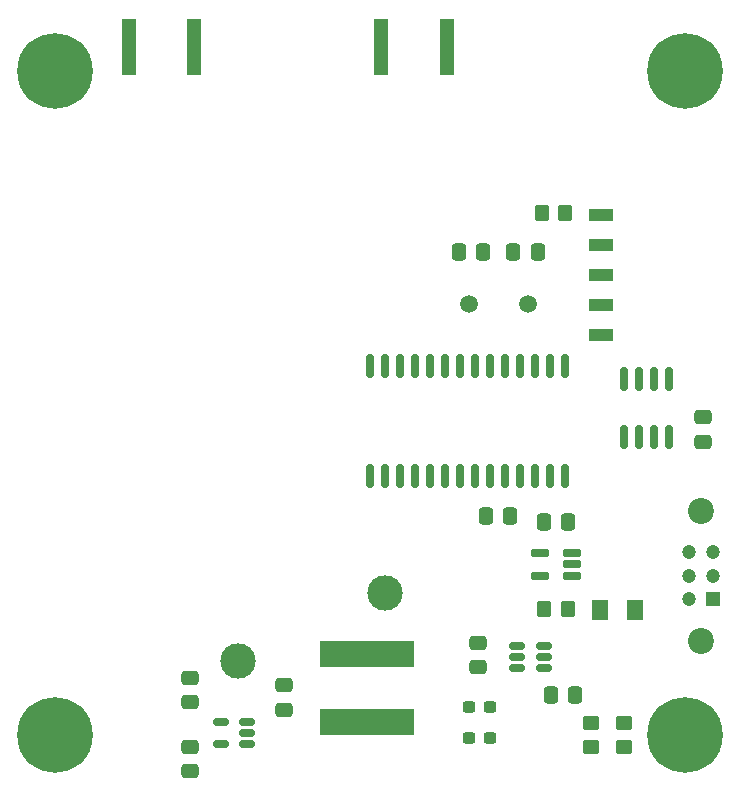
<source format=gbs>
%TF.GenerationSoftware,KiCad,Pcbnew,8.0.5+dfsg-1*%
%TF.CreationDate,2025-01-09T02:44:44+00:00*%
%TF.ProjectId,LTT,4c54542e-6b69-4636-9164-5f7063625858,rev?*%
%TF.SameCoordinates,Original*%
%TF.FileFunction,Soldermask,Bot*%
%TF.FilePolarity,Negative*%
%FSLAX46Y46*%
G04 Gerber Fmt 4.6, Leading zero omitted, Abs format (unit mm)*
G04 Created by KiCad (PCBNEW 8.0.5+dfsg-1) date 2025-01-09 02:44:44*
%MOMM*%
%LPD*%
G01*
G04 APERTURE LIST*
G04 Aperture macros list*
%AMRoundRect*
0 Rectangle with rounded corners*
0 $1 Rounding radius*
0 $2 $3 $4 $5 $6 $7 $8 $9 X,Y pos of 4 corners*
0 Add a 4 corners polygon primitive as box body*
4,1,4,$2,$3,$4,$5,$6,$7,$8,$9,$2,$3,0*
0 Add four circle primitives for the rounded corners*
1,1,$1+$1,$2,$3*
1,1,$1+$1,$4,$5*
1,1,$1+$1,$6,$7*
1,1,$1+$1,$8,$9*
0 Add four rect primitives between the rounded corners*
20,1,$1+$1,$2,$3,$4,$5,0*
20,1,$1+$1,$4,$5,$6,$7,0*
20,1,$1+$1,$6,$7,$8,$9,0*
20,1,$1+$1,$8,$9,$2,$3,0*%
G04 Aperture macros list end*
%ADD10C,0.800000*%
%ADD11C,6.400000*%
%ADD12RoundRect,0.102000X0.500000X2.280000X-0.500000X2.280000X-0.500000X-2.280000X0.500000X-2.280000X0*%
%ADD13C,2.200000*%
%ADD14R,1.200000X1.200000*%
%ADD15C,1.200000*%
%ADD16RoundRect,0.162500X0.617500X0.162500X-0.617500X0.162500X-0.617500X-0.162500X0.617500X-0.162500X0*%
%ADD17RoundRect,0.237500X-0.300000X-0.237500X0.300000X-0.237500X0.300000X0.237500X-0.300000X0.237500X0*%
%ADD18RoundRect,0.250000X0.475000X-0.337500X0.475000X0.337500X-0.475000X0.337500X-0.475000X-0.337500X0*%
%ADD19RoundRect,0.250000X-0.350000X-0.450000X0.350000X-0.450000X0.350000X0.450000X-0.350000X0.450000X0*%
%ADD20RoundRect,0.250000X-0.475000X0.337500X-0.475000X-0.337500X0.475000X-0.337500X0.475000X0.337500X0*%
%ADD21RoundRect,0.250000X0.337500X0.475000X-0.337500X0.475000X-0.337500X-0.475000X0.337500X-0.475000X0*%
%ADD22RoundRect,0.150000X-0.150000X0.875000X-0.150000X-0.875000X0.150000X-0.875000X0.150000X0.875000X0*%
%ADD23RoundRect,0.250000X-0.450000X0.350000X-0.450000X-0.350000X0.450000X-0.350000X0.450000X0.350000X0*%
%ADD24RoundRect,0.150000X-0.512500X-0.150000X0.512500X-0.150000X0.512500X0.150000X-0.512500X0.150000X0*%
%ADD25C,3.000000*%
%ADD26RoundRect,0.150000X-0.150000X0.825000X-0.150000X-0.825000X0.150000X-0.825000X0.150000X0.825000X0*%
%ADD27RoundRect,0.150000X0.512500X0.150000X-0.512500X0.150000X-0.512500X-0.150000X0.512500X-0.150000X0*%
%ADD28R,2.000000X1.000000*%
%ADD29RoundRect,0.250000X-0.337500X-0.475000X0.337500X-0.475000X0.337500X0.475000X-0.337500X0.475000X0*%
%ADD30RoundRect,0.250000X0.450000X-0.350000X0.450000X0.350000X-0.450000X0.350000X-0.450000X-0.350000X0*%
%ADD31RoundRect,0.250001X-0.462499X-0.624999X0.462499X-0.624999X0.462499X0.624999X-0.462499X0.624999X0*%
%ADD32C,1.500000*%
%ADD33R,8.001000X2.209800*%
G04 APERTURE END LIST*
D10*
%TO.C,H3*%
X114440000Y-81000000D03*
X115142944Y-79302944D03*
X115142944Y-82697056D03*
X116840000Y-78600000D03*
D11*
X116840000Y-81000000D03*
D10*
X116840000Y-83400000D03*
X118537056Y-79302944D03*
X118537056Y-82697056D03*
X119240000Y-81000000D03*
%TD*%
%TO.C,H1*%
X167780000Y-81000000D03*
X168482944Y-79302944D03*
X168482944Y-82697056D03*
X170180000Y-78600000D03*
D11*
X170180000Y-81000000D03*
D10*
X170180000Y-83400000D03*
X171877056Y-79302944D03*
X171877056Y-82697056D03*
X172580000Y-81000000D03*
%TD*%
D12*
%TO.C,J2*%
X149970750Y-78958500D03*
X144430750Y-78958500D03*
%TD*%
D10*
%TO.C,H2*%
X167780000Y-137160000D03*
X168482944Y-135462944D03*
X168482944Y-138857056D03*
X170180000Y-134760000D03*
D11*
X170180000Y-137160000D03*
D10*
X170180000Y-139560000D03*
X171877056Y-135462944D03*
X171877056Y-138857056D03*
X172580000Y-137160000D03*
%TD*%
D12*
%TO.C,J3*%
X128600000Y-78958500D03*
X123060000Y-78958500D03*
%TD*%
D10*
%TO.C,H4*%
X114440000Y-137160000D03*
X115142944Y-135462944D03*
X115142944Y-138857056D03*
X116840000Y-134760000D03*
D11*
X116840000Y-137160000D03*
D10*
X116840000Y-139560000D03*
X118537056Y-135462944D03*
X118537056Y-138857056D03*
X119240000Y-137160000D03*
%TD*%
D13*
%TO.C,J4*%
X171500000Y-129200000D03*
X171500000Y-118200000D03*
D14*
X172500000Y-125700000D03*
D15*
X172500000Y-123700000D03*
X172500000Y-121700000D03*
X170500000Y-125700000D03*
X170500000Y-123700000D03*
X170500000Y-121700000D03*
%TD*%
D16*
%TO.C,U7*%
X160565000Y-121792500D03*
X160565000Y-122742500D03*
X160565000Y-123692500D03*
X157865000Y-123692500D03*
X157865000Y-121792500D03*
%TD*%
D17*
%TO.C,C45*%
X151875000Y-134800000D03*
X153600000Y-134800000D03*
%TD*%
D18*
%TO.C,C1*%
X171627500Y-112355000D03*
X171627500Y-110280000D03*
%TD*%
D19*
%TO.C,R12*%
X158200000Y-126542500D03*
X160200000Y-126542500D03*
%TD*%
D20*
%TO.C,C42*%
X152600000Y-129362500D03*
X152600000Y-131437500D03*
%TD*%
D21*
%TO.C,C3*%
X153067500Y-96270000D03*
X150992500Y-96270000D03*
%TD*%
D20*
%TO.C,C47*%
X128200000Y-138162500D03*
X128200000Y-140237500D03*
%TD*%
D22*
%TO.C,U2*%
X143470000Y-105970000D03*
X144740000Y-105970000D03*
X146010000Y-105970000D03*
X147280000Y-105970000D03*
X148550000Y-105970000D03*
X149820000Y-105970000D03*
X151090000Y-105970000D03*
X152360000Y-105970000D03*
X153630000Y-105970000D03*
X154900000Y-105970000D03*
X156170000Y-105970000D03*
X157440000Y-105970000D03*
X158710000Y-105970000D03*
X159980000Y-105970000D03*
X159980000Y-115270000D03*
X158710000Y-115270000D03*
X157440000Y-115270000D03*
X156170000Y-115270000D03*
X154900000Y-115270000D03*
X153630000Y-115270000D03*
X152360000Y-115270000D03*
X151090000Y-115270000D03*
X149820000Y-115270000D03*
X148550000Y-115270000D03*
X147280000Y-115270000D03*
X146010000Y-115270000D03*
X144740000Y-115270000D03*
X143470000Y-115270000D03*
%TD*%
D23*
%TO.C,R14*%
X162200000Y-136200000D03*
X162200000Y-138200000D03*
%TD*%
D24*
%TO.C,U8*%
X155925000Y-131550000D03*
X155925000Y-130600000D03*
X155925000Y-129650000D03*
X158200000Y-129650000D03*
X158200000Y-130600000D03*
X158200000Y-131550000D03*
%TD*%
D25*
%TO.C,TP2*%
X132300000Y-130900000D03*
%TD*%
D26*
%TO.C,U1*%
X164942500Y-107015000D03*
X166212500Y-107015000D03*
X167482500Y-107015000D03*
X168752500Y-107015000D03*
X168752500Y-111965000D03*
X167482500Y-111965000D03*
X166212500Y-111965000D03*
X164942500Y-111965000D03*
%TD*%
D27*
%TO.C,U9*%
X133092500Y-136060000D03*
X133092500Y-137010000D03*
X133092500Y-137960000D03*
X130817500Y-137960000D03*
X130817500Y-136060000D03*
%TD*%
D28*
%TO.C,J1*%
X163012500Y-103280000D03*
X163012500Y-100740000D03*
X163012500Y-98200000D03*
X163012500Y-95660000D03*
X163012500Y-93120000D03*
%TD*%
D17*
%TO.C,C44*%
X151875000Y-137400000D03*
X153600000Y-137400000D03*
%TD*%
D29*
%TO.C,C41*%
X158177500Y-119142500D03*
X160252500Y-119142500D03*
%TD*%
D18*
%TO.C,C46*%
X136200000Y-135037500D03*
X136200000Y-132962500D03*
%TD*%
%TO.C,C48*%
X128200000Y-134400000D03*
X128200000Y-132325000D03*
%TD*%
D19*
%TO.C,R1*%
X158000000Y-93000000D03*
X160000000Y-93000000D03*
%TD*%
D30*
%TO.C,R13*%
X165000000Y-138200000D03*
X165000000Y-136200000D03*
%TD*%
D31*
%TO.C,F1*%
X162912500Y-126585000D03*
X165887500Y-126585000D03*
%TD*%
D25*
%TO.C,TP1*%
X144750000Y-125200000D03*
%TD*%
D21*
%TO.C,C2*%
X155337500Y-118600000D03*
X153262500Y-118600000D03*
%TD*%
D29*
%TO.C,C43*%
X158762500Y-133800000D03*
X160837500Y-133800000D03*
%TD*%
D32*
%TO.C,Y1*%
X151820000Y-100670000D03*
X156820000Y-100670000D03*
%TD*%
D29*
%TO.C,C4*%
X155592500Y-96270000D03*
X157667500Y-96270000D03*
%TD*%
D33*
%TO.C,L10*%
X143200000Y-130342500D03*
X143200000Y-136057500D03*
%TD*%
M02*

</source>
